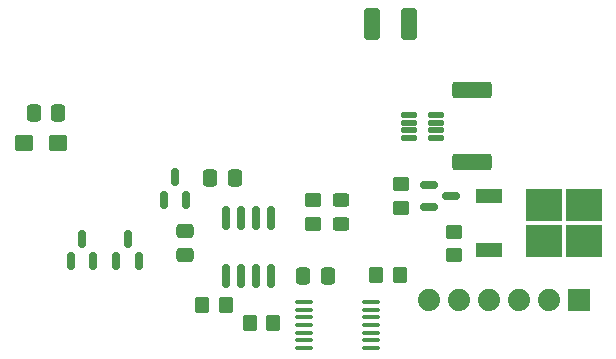
<source format=gbr>
%TF.GenerationSoftware,KiCad,Pcbnew,6.0.11-2627ca5db0~126~ubuntu22.04.1*%
%TF.CreationDate,2023-03-02T17:30:21-05:00*%
%TF.ProjectId,lin-peltier-control,6c696e2d-7065-46c7-9469-65722d636f6e,1.0*%
%TF.SameCoordinates,Original*%
%TF.FileFunction,Paste,Top*%
%TF.FilePolarity,Positive*%
%FSLAX46Y46*%
G04 Gerber Fmt 4.6, Leading zero omitted, Abs format (unit mm)*
G04 Created by KiCad (PCBNEW 6.0.11-2627ca5db0~126~ubuntu22.04.1) date 2023-03-02 17:30:21*
%MOMM*%
%LPD*%
G01*
G04 APERTURE LIST*
G04 Aperture macros list*
%AMRoundRect*
0 Rectangle with rounded corners*
0 $1 Rounding radius*
0 $2 $3 $4 $5 $6 $7 $8 $9 X,Y pos of 4 corners*
0 Add a 4 corners polygon primitive as box body*
4,1,4,$2,$3,$4,$5,$6,$7,$8,$9,$2,$3,0*
0 Add four circle primitives for the rounded corners*
1,1,$1+$1,$2,$3*
1,1,$1+$1,$4,$5*
1,1,$1+$1,$6,$7*
1,1,$1+$1,$8,$9*
0 Add four rect primitives between the rounded corners*
20,1,$1+$1,$2,$3,$4,$5,0*
20,1,$1+$1,$4,$5,$6,$7,0*
20,1,$1+$1,$6,$7,$8,$9,0*
20,1,$1+$1,$8,$9,$2,$3,0*%
G04 Aperture macros list end*
%ADD10C,1.879600*%
%ADD11R,1.879600X1.879600*%
%ADD12R,3.050000X2.750000*%
%ADD13R,2.200000X1.200000*%
%ADD14RoundRect,0.125000X0.537500X0.125000X-0.537500X0.125000X-0.537500X-0.125000X0.537500X-0.125000X0*%
%ADD15RoundRect,0.150000X0.150000X-0.587500X0.150000X0.587500X-0.150000X0.587500X-0.150000X-0.587500X0*%
%ADD16RoundRect,0.249999X-1.425001X0.450001X-1.425001X-0.450001X1.425001X-0.450001X1.425001X0.450001X0*%
%ADD17RoundRect,0.250000X0.337500X0.475000X-0.337500X0.475000X-0.337500X-0.475000X0.337500X-0.475000X0*%
%ADD18RoundRect,0.250000X-0.475000X0.337500X-0.475000X-0.337500X0.475000X-0.337500X0.475000X0.337500X0*%
%ADD19RoundRect,0.250000X0.537500X0.425000X-0.537500X0.425000X-0.537500X-0.425000X0.537500X-0.425000X0*%
%ADD20RoundRect,0.250000X-0.337500X-0.475000X0.337500X-0.475000X0.337500X0.475000X-0.337500X0.475000X0*%
%ADD21RoundRect,0.250000X0.450000X-0.350000X0.450000X0.350000X-0.450000X0.350000X-0.450000X-0.350000X0*%
%ADD22RoundRect,0.150000X0.150000X-0.825000X0.150000X0.825000X-0.150000X0.825000X-0.150000X-0.825000X0*%
%ADD23RoundRect,0.100000X-0.637500X-0.100000X0.637500X-0.100000X0.637500X0.100000X-0.637500X0.100000X0*%
%ADD24RoundRect,0.250000X-0.412500X-1.100000X0.412500X-1.100000X0.412500X1.100000X-0.412500X1.100000X0*%
%ADD25RoundRect,0.250000X-0.350000X-0.450000X0.350000X-0.450000X0.350000X0.450000X-0.350000X0.450000X0*%
%ADD26RoundRect,0.250000X0.450000X-0.325000X0.450000X0.325000X-0.450000X0.325000X-0.450000X-0.325000X0*%
%ADD27RoundRect,0.150000X-0.587500X-0.150000X0.587500X-0.150000X0.587500X0.150000X-0.587500X0.150000X0*%
G04 APERTURE END LIST*
D10*
%TO.C,J1*%
X213820000Y-91800000D03*
X216360000Y-91800000D03*
X218900000Y-91800000D03*
X221440000Y-91800000D03*
X223980000Y-91800000D03*
D11*
X226520000Y-91800000D03*
%TD*%
D12*
%TO.C,Q4*%
X226950000Y-86775000D03*
X226950000Y-83725000D03*
X223600000Y-86775000D03*
X223600000Y-83725000D03*
D13*
X218975000Y-82970000D03*
X218975000Y-87530000D03*
%TD*%
D14*
%TO.C,U5*%
X214460000Y-78080000D03*
X214460000Y-77430000D03*
X214460000Y-76780000D03*
X214460000Y-76130000D03*
X212185000Y-76130000D03*
X212185000Y-76780000D03*
X212185000Y-77430000D03*
X212185000Y-78080000D03*
%TD*%
D15*
%TO.C,U4*%
X191400000Y-83305000D03*
X193300000Y-83305000D03*
X192350000Y-81430000D03*
%TD*%
D16*
%TO.C,R11*%
X217540000Y-74060000D03*
X217540000Y-80160000D03*
%TD*%
D17*
%TO.C,C7*%
X182460000Y-75950000D03*
X180385000Y-75950000D03*
%TD*%
D18*
%TO.C,C6*%
X193220000Y-85960000D03*
X193220000Y-88035000D03*
%TD*%
D19*
%TO.C,C5*%
X182445000Y-78520000D03*
X179570000Y-78520000D03*
%TD*%
D20*
%TO.C,C3*%
X195350000Y-81480000D03*
X197425000Y-81480000D03*
%TD*%
D21*
%TO.C,R21*%
X215980000Y-88010000D03*
X215980000Y-86010000D03*
%TD*%
D22*
%TO.C,U1*%
X196670000Y-89800000D03*
X197940000Y-89800000D03*
X199210000Y-89800000D03*
X200480000Y-89800000D03*
X200480000Y-84850000D03*
X199210000Y-84850000D03*
X197940000Y-84850000D03*
X196670000Y-84850000D03*
%TD*%
D15*
%TO.C,Q1*%
X187400000Y-88475000D03*
X189300000Y-88475000D03*
X188350000Y-86600000D03*
%TD*%
D23*
%TO.C,U2*%
X203237500Y-91975000D03*
X203237500Y-92625000D03*
X203237500Y-93275000D03*
X203237500Y-93925000D03*
X203237500Y-94575000D03*
X203237500Y-95225000D03*
X203237500Y-95875000D03*
X208962500Y-95875000D03*
X208962500Y-95225000D03*
X208962500Y-94575000D03*
X208962500Y-93925000D03*
X208962500Y-93275000D03*
X208962500Y-92625000D03*
X208962500Y-91975000D03*
%TD*%
D24*
%TO.C,C4*%
X209007500Y-68440000D03*
X212132500Y-68440000D03*
%TD*%
D25*
%TO.C,R1*%
X194650000Y-92220000D03*
X196650000Y-92220000D03*
%TD*%
D17*
%TO.C,C1*%
X205300000Y-89775000D03*
X203225000Y-89775000D03*
%TD*%
D21*
%TO.C,R5*%
X204025000Y-85350000D03*
X204025000Y-83350000D03*
%TD*%
D25*
%TO.C,R19*%
X209400000Y-89675000D03*
X211400000Y-89675000D03*
%TD*%
D26*
%TO.C,D1*%
X206450000Y-85350000D03*
X206450000Y-83300000D03*
%TD*%
D27*
%TO.C,Q3*%
X213875000Y-82050000D03*
X213875000Y-83950000D03*
X215750000Y-83000000D03*
%TD*%
D21*
%TO.C,R20*%
X211525000Y-84025000D03*
X211525000Y-82025000D03*
%TD*%
D15*
%TO.C,Q2*%
X183550000Y-88525000D03*
X185450000Y-88525000D03*
X184500000Y-86650000D03*
%TD*%
D25*
%TO.C,R2*%
X198675000Y-93775000D03*
X200675000Y-93775000D03*
%TD*%
M02*

</source>
